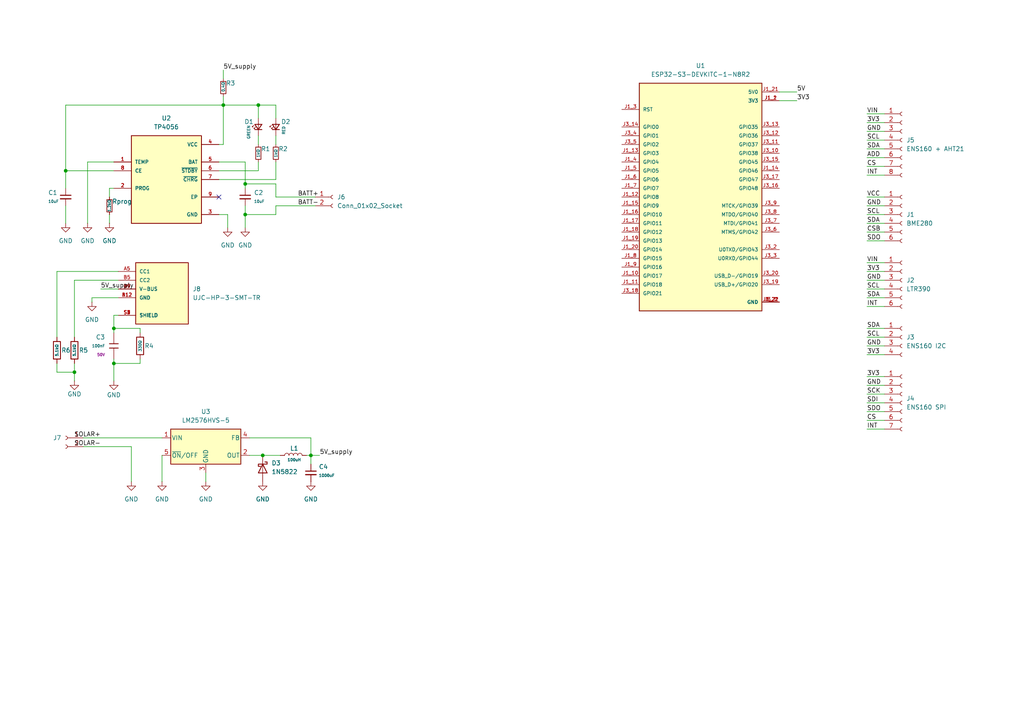
<source format=kicad_sch>
(kicad_sch (version 20231120) (generator "eeschema") (generator_version "8.0")
  (paper "A4")
  (lib_symbols
    (symbol "Connector:Conn_01x02_Socket" (pin_names (offset 1.016) hide)
      (property "Reference" "J" (at 0 2.54 0))
      (property "Value" "Conn_01x02_Socket" (at 0 -5.08 0))
      (symbol "Conn_01x02_Socket_1_1"
        (arc (start 0 -2.032) (mid -0.5058 -2.54) (end 0 -3.048) (stroke (width 0.1524)))
        (polyline (pts (xy -1.27 -2.54) (xy -0.508 -2.54)) (stroke (width 0.1524)))
        (polyline (pts (xy -1.27 0) (xy -0.508 0)) (stroke (width 0.1524)))
        (arc (start 0 0.508) (mid -0.5058 0) (end 0 -0.508) (stroke (width 0.1524)))
        (pin passive line (at -5.08 0 0) (length 3.81) (name "Pin_1") (number "1"))
        (pin passive line (at -5.08 -2.54 0) (length 3.81) (name "Pin_2") (number "2"))
      )
    )
    (symbol "Connector:Conn_01x04_Socket" (pin_names (offset 1.016) hide)
      (property "Reference" "J" (at 0 5.08 0))
      (property "Value" "Conn_01x04_Socket" (at 0 -7.62 0))
      (symbol "Conn_01x04_Socket_1_1"
        (arc (start 0 -4.572) (mid -0.5058 -5.08) (end 0 -5.588) (stroke (width 0.1524)))
        (arc (start 0 -2.032) (mid -0.5058 -2.54) (end 0 -3.048) (stroke (width 0.1524)))
        (polyline (pts (xy -1.27 -5.08) (xy -0.508 -5.08)) (stroke (width 0.1524)))
        (polyline (pts (xy -1.27 -2.54) (xy -0.508 -2.54)) (stroke (width 0.1524)))
        (polyline (pts (xy -1.27 0) (xy -0.508 0)) (stroke (width 0.1524)))
        (polyline (pts (xy -1.27 2.54) (xy -0.508 2.54)) (stroke (width 0.1524)))
        (arc (start 0 0.508) (mid -0.5058 0) (end 0 -0.508) (stroke (width 0.1524)))
        (arc (start 0 3.048) (mid -0.5058 2.54) (end 0 2.032) (stroke (width 0.1524)))
        (pin passive line (at -5.08 2.54 0) (length 3.81) (name "Pin_1") (number "1"))
        (pin passive line (at -5.08 0 0) (length 3.81) (name "Pin_2") (number "2"))
        (pin passive line (at -5.08 -2.54 0) (length 3.81) (name "Pin_3") (number "3"))
        (pin passive line (at -5.08 -5.08 0) (length 3.81) (name "Pin_4") (number "4"))
      )
    )
    (symbol "Connector:Conn_01x06_Socket" (pin_names (offset 1.016) hide)
      (property "Reference" "J" (at 0 7.62 0))
      (property "Value" "Conn_01x06_Socket" (at 0 -10.16 0))
      (symbol "Conn_01x06_Socket_1_1"
        (arc (start 0 -7.112) (mid -0.5058 -7.62) (end 0 -8.128) (stroke (width 0.1524)))
        (arc (start 0 -4.572) (mid -0.5058 -5.08) (end 0 -5.588) (stroke (width 0.1524)))
        (arc (start 0 -2.032) (mid -0.5058 -2.54) (end 0 -3.048) (stroke (width 0.1524)))
        (polyline (pts (xy -1.27 -7.62) (xy -0.508 -7.62)) (stroke (width 0.1524)))
        (polyline (pts (xy -1.27 -5.08) (xy -0.508 -5.08)) (stroke (width 0.1524)))
        (polyline (pts (xy -1.27 -2.54) (xy -0.508 -2.54)) (stroke (width 0.1524)))
        (polyline (pts (xy -1.27 0) (xy -0.508 0)) (stroke (width 0.1524)))
        (polyline (pts (xy -1.27 2.54) (xy -0.508 2.54)) (stroke (width 0.1524)))
        (polyline (pts (xy -1.27 5.08) (xy -0.508 5.08)) (stroke (width 0.1524)))
        (arc (start 0 0.508) (mid -0.5058 0) (end 0 -0.508) (stroke (width 0.1524)))
        (arc (start 0 3.048) (mid -0.5058 2.54) (end 0 2.032) (stroke (width 0.1524)))
        (arc (start 0 5.588) (mid -0.5058 5.08) (end 0 4.572) (stroke (width 0.1524)))
        (pin passive line (at -5.08 5.08 0) (length 3.81) (name "Pin_1") (number "1"))
        (pin passive line (at -5.08 2.54 0) (length 3.81) (name "Pin_2") (number "2"))
        (pin passive line (at -5.08 0 0) (length 3.81) (name "Pin_3") (number "3"))
        (pin passive line (at -5.08 -2.54 0) (length 3.81) (name "Pin_4") (number "4"))
        (pin passive line (at -5.08 -5.08 0) (length 3.81) (name "Pin_5") (number "5"))
        (pin passive line (at -5.08 -7.62 0) (length 3.81) (name "Pin_6") (number "6"))
      )
    )
    (symbol "Connector:Conn_01x07_Socket" (pin_names (offset 1.016) hide)
      (property "Reference" "J" (at 0 10.16 0))
      (property "Value" "Conn_01x07_Socket" (at 0 -10.16 0))
      (symbol "Conn_01x07_Socket_1_1"
        (arc (start 0 -7.112) (mid -0.5058 -7.62) (end 0 -8.128) (stroke (width 0.1524)))
        (arc (start 0 -4.572) (mid -0.5058 -5.08) (end 0 -5.588) (stroke (width 0.1524)))
        (arc (start 0 -2.032) (mid -0.5058 -2.54) (end 0 -3.048) (stroke (width 0.1524)))
        (polyline (pts (xy -1.27 -7.62) (xy -0.508 -7.62)) (stroke (width 0.1524)))
        (polyline (pts (xy -1.27 -5.08) (xy -0.508 -5.08)) (stroke (width 0.1524)))
        (polyline (pts (xy -1.27 -2.54) (xy -0.508 -2.54)) (stroke (width 0.1524)))
        (polyline (pts (xy -1.27 0) (xy -0.508 0)) (stroke (width 0.1524)))
        (polyline (pts (xy -1.27 2.54) (xy -0.508 2.54)) (stroke (width 0.1524)))
        (polyline (pts (xy -1.27 5.08) (xy -0.508 5.08)) (stroke (width 0.1524)))
        (polyline (pts (xy -1.27 7.62) (xy -0.508 7.62)) (stroke (width 0.1524)))
        (arc (start 0 0.508) (mid -0.5058 0) (end 0 -0.508) (stroke (width 0.1524)))
        (arc (start 0 3.048) (mid -0.5058 2.54) (end 0 2.032) (stroke (width 0.1524)))
        (arc (start 0 5.588) (mid -0.5058 5.08) (end 0 4.572) (stroke (width 0.1524)))
        (arc (start 0 8.128) (mid -0.5058 7.62) (end 0 7.112) (stroke (width 0.1524)))
        (pin passive line (at -5.08 7.62 0) (length 3.81) (name "Pin_1") (number "1"))
        (pin passive line (at -5.08 5.08 0) (length 3.81) (name "Pin_2") (number "2"))
        (pin passive line (at -5.08 2.54 0) (length 3.81) (name "Pin_3") (number "3"))
        (pin passive line (at -5.08 0 0) (length 3.81) (name "Pin_4") (number "4"))
        (pin passive line (at -5.08 -2.54 0) (length 3.81) (name "Pin_5") (number "5"))
        (pin passive line (at -5.08 -5.08 0) (length 3.81) (name "Pin_6") (number "6"))
        (pin passive line (at -5.08 -7.62 0) (length 3.81) (name "Pin_7") (number "7"))
      )
    )
    (symbol "Connector:Conn_01x08_Socket" (pin_names (offset 1.016) hide)
      (property "Reference" "J" (at 0 10.16 0))
      (property "Value" "Conn_01x08_Socket" (at 0 -12.7 0))
      (symbol "Conn_01x08_Socket_1_1"
        (arc (start 0 -9.652) (mid -0.5058 -10.16) (end 0 -10.668) (stroke (width 0.1524)))
        (arc (start 0 -7.112) (mid -0.5058 -7.62) (end 0 -8.128) (stroke (width 0.1524)))
        (arc (start 0 -4.572) (mid -0.5058 -5.08) (end 0 -5.588) (stroke (width 0.1524)))
        (arc (start 0 -2.032) (mid -0.5058 -2.54) (end 0 -3.048) (stroke (width 0.1524)))
        (polyline (pts (xy -1.27 -10.16) (xy -0.508 -10.16)) (stroke (width 0.1524)))
        (polyline (pts (xy -1.27 -7.62) (xy -0.508 -7.62)) (stroke (width 0.1524)))
        (polyline (pts (xy -1.27 -5.08) (xy -0.508 -5.08)) (stroke (width 0.1524)))
        (polyline (pts (xy -1.27 -2.54) (xy -0.508 -2.54)) (stroke (width 0.1524)))
        (polyline (pts (xy -1.27 0) (xy -0.508 0)) (stroke (width 0.1524)))
        (polyline (pts (xy -1.27 2.54) (xy -0.508 2.54)) (stroke (width 0.1524)))
        (polyline (pts (xy -1.27 5.08) (xy -0.508 5.08)) (stroke (width 0.1524)))
        (polyline (pts (xy -1.27 7.62) (xy -0.508 7.62)) (stroke (width 0.1524)))
        (arc (start 0 0.508) (mid -0.5058 0) (end 0 -0.508) (stroke (width 0.1524)))
        (arc (start 0 3.048) (mid -0.5058 2.54) (end 0 2.032) (stroke (width 0.1524)))
        (arc (start 0 5.588) (mid -0.5058 5.08) (end 0 4.572) (stroke (width 0.1524)))
        (arc (start 0 8.128) (mid -0.5058 7.62) (end 0 7.112) (stroke (width 0.1524)))
        (pin passive line (at -5.08 7.62 0) (length 3.81) (name "Pin_1") (number "1"))
        (pin passive line (at -5.08 5.08 0) (length 3.81) (name "Pin_2") (number "2"))
        (pin passive line (at -5.08 2.54 0) (length 3.81) (name "Pin_3") (number "3"))
        (pin passive line (at -5.08 0 0) (length 3.81) (name "Pin_4") (number "4"))
        (pin passive line (at -5.08 -2.54 0) (length 3.81) (name "Pin_5") (number "5"))
        (pin passive line (at -5.08 -5.08 0) (length 3.81) (name "Pin_6") (number "6"))
        (pin passive line (at -5.08 -7.62 0) (length 3.81) (name "Pin_7") (number "7"))
        (pin passive line (at -5.08 -10.16 0) (length 3.81) (name "Pin_8") (number "8"))
      )
    )
    (symbol "Device:C_Small" (pin_numbers hide) (pin_names (offset 0.254) hide)
      (property "Reference" "C" (at 0.254 1.778 0))
      (property "Value" "C_Small" (at 0.254 -2.032 0))
      (symbol "C_Small_0_1"
        (polyline (pts (xy -1.524 -0.508) (xy 1.524 -0.508)) (stroke (width 0.3302)))
        (polyline (pts (xy -1.524 0.508) (xy 1.524 0.508)) (stroke (width 0.3048)))
      )
      (symbol "C_Small_1_1"
        (pin passive line (at 0 2.54 270) (length 2.032) (name "~") (number "1"))
        (pin passive line (at 0 -2.54 90) (length 2.032) (name "~") (number "2"))
      )
    )
    (symbol "Device:L" (pin_numbers hide) (pin_names (offset 1.016) hide)
      (property "Reference" "L" (at -1.27 0 90))
      (property "Value" "L" (at 1.905 0 90))
      (symbol "L_0_1"
        (arc (start 0 -2.54) (mid 0.6323 -1.905) (end 0 -1.27))
        (arc (start 0 -1.27) (mid 0.6323 -0.635) (end 0 0))
        (arc (start 0 0) (mid 0.6323 0.635) (end 0 1.27))
        (arc (start 0 1.27) (mid 0.6323 1.905) (end 0 2.54))
      )
      (symbol "L_1_1"
        (pin passive line (at 0 3.81 270) (length 1.27) (name "1") (number "1"))
        (pin passive line (at 0 -3.81 90) (length 1.27) (name "2") (number "2"))
      )
    )
    (symbol "Device:LED_Small" (pin_numbers hide) (pin_names (offset 0.254) hide)
      (property "Reference" "D" (at -1.27 3.175 0))
      (property "Value" "LED_Small" (at -4.445 -2.54 0))
      (symbol "LED_Small_0_1"
        (polyline (pts (xy -0.762 -1.016) (xy -0.762 1.016)) (stroke (width 0.254)))
        (polyline (pts (xy 1.016 0) (xy -0.762 0)))
        (polyline (pts (xy 0.762 -1.016) (xy -0.762 0) (xy 0.762 1.016) (xy 0.762 -1.016)) (stroke (width 0.254)))
        (polyline (pts (xy 0 0.762) (xy -0.508 1.27) (xy -0.254 1.27) (xy -0.508 1.27) (xy -0.508 1.016)))
        (polyline (pts (xy 0.508 1.27) (xy 0 1.778) (xy 0.254 1.778) (xy 0 1.778) (xy 0 1.524)))
      )
      (symbol "LED_Small_1_1"
        (pin passive line (at -2.54 0 0) (length 1.778) (name "K") (number "1"))
        (pin passive line (at 2.54 0 180) (length 1.778) (name "A") (number "2"))
      )
    )
    (symbol "Device:R_Small" (pin_numbers hide) (pin_names (offset 0.254) hide)
      (property "Reference" "R" (at 0.762 0.508 0))
      (property "Value" "R_Small" (at 0.762 -1.016 0))
      (symbol "R_Small_0_1"
        (rectangle (start -0.762 1.778) (end 0.762 -1.778) (stroke (width 0.2032)))
      )
      (symbol "R_Small_1_1"
        (pin passive line (at 0 2.54 270) (length 0.762) (name "~") (number "1"))
        (pin passive line (at 0 -2.54 90) (length 0.762) (name "~") (number "2"))
      )
    )
    (symbol "Diode:1N5822" (pin_numbers hide) (pin_names (offset 1.016) hide)
      (property "Reference" "D" (at 0 2.54 0))
      (property "Value" "1N5822" (at 0 -2.54 0))
      (symbol "1N5822_0_1"
        (polyline (pts (xy 1.27 0) (xy -1.27 0)))
        (polyline (pts (xy 1.27 1.27) (xy 1.27 -1.27) (xy -1.27 0) (xy 1.27 1.27)) (stroke (width 0.254)))
        (polyline (pts (xy -1.905 0.635) (xy -1.905 1.27) (xy -1.27 1.27) (xy -1.27 -1.27) (xy -0.635 -1.27) (xy -0.635 -0.635)) (stroke (width 0.254)))
      )
      (symbol "1N5822_1_1"
        (pin passive line (at -3.81 0 0) (length 2.54) (name "K") (number "1"))
        (pin passive line (at 3.81 0 180) (length 2.54) (name "A") (number "2"))
      )
    )
    (symbol "ESP32-S3-DEVKITC-1-N8R2:ESP32-S3-DEVKITC-1-N8R2" (pin_names (offset 1.016))
      (property "Reference" "U" (at -17.78 35.56 0))
      (property "Value" "ESP32-S3-DEVKITC-1-N8R2" (at -17.78 -35.56 0))
      (symbol "ESP32-S3-DEVKITC-1-N8R2_0_0"
        (rectangle (start -17.78 -33.02) (end 17.78 33.02) (stroke (width 0.254)) (fill (type background)))
        (pin power_in line (at 22.86 27.94 180) (length 5.08) (name "3V3") (number "J1_1"))
        (pin bidirectional line (at -22.86 -22.86 0) (length 5.08) (name "GPIO17") (number "J1_10"))
        (pin bidirectional line (at -22.86 -25.4 0) (length 5.08) (name "GPIO18") (number "J1_11"))
        (pin bidirectional line (at -22.86 0 0) (length 5.08) (name "GPIO8") (number "J1_12"))
        (pin bidirectional line (at -22.86 12.7 0) (length 5.08) (name "GPIO3") (number "J1_13"))
        (pin bidirectional line (at 22.86 7.62 180) (length 5.08) (name "GPIO46") (number "J1_14"))
        (pin bidirectional line (at -22.86 -2.54 0) (length 5.08) (name "GPIO9") (number "J1_15"))
        (pin bidirectional line (at -22.86 -5.08 0) (length 5.08) (name "GPIO10") (number "J1_16"))
        (pin bidirectional line (at -22.86 -7.62 0) (length 5.08) (name "GPIO11") (number "J1_17"))
        (pin bidirectional line (at -22.86 -10.16 0) (length 5.08) (name "GPIO12") (number "J1_18"))
        (pin bidirectional line (at -22.86 -12.7 0) (length 5.08) (name "GPIO13") (number "J1_19"))
        (pin power_in line (at 22.86 27.94 180) (length 5.08) (name "3V3") (number "J1_2"))
        (pin bidirectional line (at -22.86 -15.24 0) (length 5.08) (name "GPIO14") (number "J1_20"))
        (pin power_in line (at 22.86 30.48 180) (length 5.08) (name "5V0") (number "J1_21"))
        (pin power_in line (at 22.86 -30.48 180) (length 5.08) (name "GND") (number "J1_22"))
        (pin input line (at -22.86 25.4 0) (length 5.08) (name "RST") (number "J1_3"))
        (pin bidirectional line (at -22.86 10.16 0) (length 5.08) (name "GPIO4") (number "J1_4"))
        (pin bidirectional line (at -22.86 7.62 0) (length 5.08) (name "GPIO5") (number "J1_5"))
        (pin bidirectional line (at -22.86 5.08 0) (length 5.08) (name "GPIO6") (number "J1_6"))
        (pin bidirectional line (at -22.86 2.54 0) (length 5.08) (name "GPIO7") (number "J1_7"))
        (pin bidirectional line (at -22.86 -17.78 0) (length 5.08) (name "GPIO15") (number "J1_8"))
        (pin bidirectional line (at -22.86 -20.32 0) (length 5.08) (name "GPIO16") (number "J1_9"))
        (pin power_in line (at 22.86 -30.48 180) (length 5.08) (name "GND") (number "J3_1"))
        (pin bidirectional line (at 22.86 12.7 180) (length 5.08) (name "GPIO38") (number "J3_10"))
        (pin bidirectional line (at 22.86 15.24 180) (length 5.08) (name "GPIO37") (number "J3_11"))
        (pin bidirectional line (at 22.86 17.78 180) (length 5.08) (name "GPIO36") (number "J3_12"))
        (pin bidirectional line (at 22.86 20.32 180) (length 5.08) (name "GPIO35") (number "J3_13"))
        (pin bidirectional line (at -22.86 20.32 0) (length 5.08) (name "GPIO0") (number "J3_14"))
        (pin bidirectional line (at 22.86 10.16 180) (length 5.08) (name "GPIO45") (number "J3_15"))
        (pin bidirectional line (at 22.86 2.54 180) (length 5.08) (name "GPIO48") (number "J3_16"))
        (pin bidirectional line (at 22.86 5.08 180) (length 5.08) (name "GPIO47") (number "J3_17"))
        (pin bidirectional line (at -22.86 -27.94 0) (length 5.08) (name "GPIO21") (number "J3_18"))
        (pin bidirectional line (at 22.86 -25.4 180) (length 5.08) (name "USB_D+/GPIO20") (number "J3_19"))
        (pin bidirectional line (at 22.86 -15.24 180) (length 5.08) (name "U0TXD/GPIO43") (number "J3_2"))
        (pin bidirectional line (at 22.86 -22.86 180) (length 5.08) (name "USB_D-/GPIO19") (number "J3_20"))
        (pin power_in line (at 22.86 -30.48 180) (length 5.08) (name "GND") (number "J3_21"))
        (pin power_in line (at 22.86 -30.48 180) (length 5.08) (name "GND") (number "J3_22"))
        (pin bidirectional line (at 22.86 -17.78 180) (length 5.08) (name "U0RXD/GPIO44") (number "J3_3"))
        (pin bidirectional line (at -22.86 17.78 0) (length 5.08) (name "GPIO1") (number "J3_4"))
        (pin bidirectional line (at -22.86 15.24 0) (length 5.08) (name "GPIO2") (number "J3_5"))
        (pin bidirectional line (at 22.86 -10.16 180) (length 5.08) (name "MTMS/GPIO42") (number "J3_6"))
        (pin bidirectional line (at 22.86 -7.62 180) (length 5.08) (name "MTDI/GPIO41") (number "J3_7"))
        (pin bidirectional line (at 22.86 -5.08 180) (length 5.08) (name "MTDO/GPIO40") (number "J3_8"))
        (pin bidirectional line (at 22.86 -2.54 180) (length 5.08) (name "MTCK/GPIO39") (number "J3_9"))
      )
    )
    (symbol "PCM_JLCPCB-Capacitors:0402,100nF,(2)" (pin_numbers hide) (pin_names (offset 0))
      (property "Reference" "C" (at 2.032 1.668 0))
      (property "Value" "100nF" (at 2.032 -0.3782 0))
      (property "Voltage Rated" "50V" (at 2.032 -2.0462 0))
      (symbol "0402,100nF,(2)_0_1"
        (polyline (pts (xy -1.27 -0.635) (xy 1.27 -0.635)) (stroke (width 0.254)))
        (polyline (pts (xy -1.27 0.635) (xy 1.27 0.635)) (stroke (width 0.254)))
      )
      (symbol "0402,100nF,(2)_1_1"
        (pin passive line (at 0 3.81 270) (length 3.175) (name "~") (number "1"))
        (pin passive line (at 0 -3.81 90) (length 3.175) (name "~") (number "2"))
      )
    )
    (symbol "PCM_JLCPCB-Resistors:0402,330Ω" (pin_numbers hide) (pin_names (offset 0))
      (property "Reference" "R" (at 1.778 0 0))
      (property "Value" "330Ω" (at 0 0 90))
      (symbol "0402,330Ω_0_1"
        (rectangle (start -1.016 2.54) (end 1.016 -2.54) (stroke (width 0.254)))
      )
      (symbol "0402,330Ω_1_1"
        (pin passive line (at 0 3.81 270) (length 1.27) (name "~") (number "1"))
        (pin passive line (at 0 -3.81 90) (length 1.27) (name "~") (number "2"))
      )
    )
    (symbol "PCM_JLCPCB-Resistors:0402,5.1kΩ" (pin_numbers hide) (pin_names (offset 0))
      (property "Reference" "R" (at 1.778 0 0))
      (property "Value" "5.1kΩ" (at 0 0 90))
      (symbol "0402,5.1kΩ_0_1"
        (rectangle (start -1.016 2.54) (end 1.016 -2.54) (stroke (width 0.254)))
      )
      (symbol "0402,5.1kΩ_1_1"
        (pin passive line (at 0 3.81 270) (length 1.27) (name "~") (number "1"))
        (pin passive line (at 0 -3.81 90) (length 1.27) (name "~") (number "2"))
      )
    )
    (symbol "Regulator_Switching:LM2576HVS-5" (pin_names (offset 0.254))
      (property "Reference" "U" (at -10.16 6.35 0))
      (property "Value" "LM2576HVS-5" (at 0 6.35 0))
      (symbol "LM2576HVS-5_0_1"
        (rectangle (start -10.16 5.08) (end 10.16 -5.08) (stroke (width 0.254)) (fill (type background)))
      )
      (symbol "LM2576HVS-5_1_1"
        (pin power_in line (at -12.7 2.54 0) (length 2.54) (name "VIN") (number "1"))
        (pin output line (at 12.7 -2.54 180) (length 2.54) (name "OUT") (number "2"))
        (pin power_in line (at 0 -7.62 90) (length 2.54) (name "GND") (number "3"))
        (pin input line (at 12.7 2.54 180) (length 2.54) (name "FB") (number "4"))
        (pin input line (at -12.7 -2.54 0) (length 2.54) (name "~{ON}/OFF") (number "5"))
      )
    )
    (symbol "TP4056:TP4056" (pin_names (offset 1.016))
      (property "Reference" "U" (at -10.16 13.208 0))
      (property "Value" "TP4056" (at -10.16 -15.24 0))
      (symbol "TP4056_0_0"
        (rectangle (start -10.16 -12.7) (end 10.16 12.7) (stroke (width 0.254)) (fill (type background)))
        (pin input line (at -15.24 5.08 0) (length 5.08) (name "TEMP") (number "1"))
        (pin bidirectional line (at -15.24 -2.54 0) (length 5.08) (name "PROG") (number "2"))
        (pin power_in line (at 15.24 -10.16 180) (length 5.08) (name "GND") (number "3"))
        (pin power_in line (at 15.24 10.16 180) (length 5.08) (name "VCC") (number "4"))
        (pin output line (at 15.24 5.08 180) (length 5.08) (name "BAT") (number "5"))
        (pin output line (at 15.24 2.54 180) (length 5.08) (name "~{STDBY}") (number "6"))
        (pin output line (at 15.24 0 180) (length 5.08) (name "~{CHRG}") (number "7"))
        (pin input line (at -15.24 2.54 0) (length 5.08) (name "CE") (number "8"))
        (pin passive line (at 15.24 -5.08 180) (length 5.08) (name "EP") (number "9"))
      )
    )
    (symbol "UJC-HP-3-SMT-TR:UJC-HP-3-SMT-TR" (pin_names (offset 1.016))
      (property "Reference" "J" (at -7.62 8.89 0))
      (property "Value" "UJC-HP-3-SMT-TR" (at -7.62 -11.43 0))
      (symbol "UJC-HP-3-SMT-TR_0_0"
        (rectangle (start -7.62 -10.16) (end 7.62 7.62) (stroke (width 0.254)) (fill (type background)))
        (pin power_in line (at -12.7 -2.54 0) (length 5.08) (name "GND") (number "A12"))
        (pin bidirectional line (at -12.7 5.08 0) (length 5.08) (name "CC1") (number "A5"))
        (pin power_in line (at -12.7 0 0) (length 5.08) (name "V-BUS") (number "A9"))
        (pin power_in line (at -12.7 -2.54 0) (length 5.08) (name "GND") (number "B12"))
        (pin bidirectional line (at -12.7 2.54 0) (length 5.08) (name "CC2") (number "B5"))
        (pin power_in line (at -12.7 0 0) (length 5.08) (name "V-BUS") (number "B9"))
        (pin passive line (at -12.7 -7.62 0) (length 5.08) (name "SHIELD") (number "S1"))
        (pin passive line (at -12.7 -7.62 0) (length 5.08) (name "SHIELD") (number "S2"))
        (pin passive line (at -12.7 -7.62 0) (length 5.08) (name "SHIELD") (number "S3"))
        (pin passive line (at -12.7 -7.62 0) (length 5.08) (name "SHIELD") (number "S4"))
      )
    )
    (symbol "power:GND" (power) (pin_numbers hide) (pin_names (offset 0) hide)
      (property "Value" "GND" (at 0 -3.81 0))
      (symbol "GND_0_1"
        (polyline (pts (xy 0 0) (xy 0 -1.27) (xy 1.27 -1.27) (xy 0 -2.54) (xy -1.27 -1.27) (xy 0 -1.27)))
      )
      (symbol "GND_1_1"
        (pin power_in line (at 0 0 270) (length 0) (name "~") (number "1"))
      )
    )
  )
  (junction (at 76.2 132.08))
  (junction (at 71.12 53.34))
  (junction (at 33.02 105.41))
  (junction (at 64.77 30.48))
  (junction (at 19.05 49.53))
  (junction (at 71.12 62.23))
  (junction (at 33.02 95.25))
  (junction (at 74.93 30.48))
  (junction (at 21.59 107.95))
  (junction (at 90.17 132.08))
  (no_connect (at 63.5 57.15))
  (wire (pts (xy 34.29 86.36) (xy 26.67 86.36)))
  (wire (pts (xy 33.02 91.44) (xy 34.29 91.44)))
  (wire (pts (xy 33.02 105.41) (xy 33.02 110.49)))
  (wire (pts (xy 19.05 30.48) (xy 19.05 49.53)))
  (wire (pts (xy 251.46 59.69) (xy 256.54 59.69)))
  (wire (pts (xy 71.12 53.34) (xy 71.12 54.61)))
  (wire (pts (xy 251.46 35.56) (xy 256.54 35.56)))
  (wire (pts (xy 256.54 64.77) (xy 251.46 64.77)))
  (wire (pts (xy 251.46 78.74) (xy 256.54 78.74)))
  (wire (pts (xy 40.64 105.41) (xy 33.02 105.41)))
  (wire (pts (xy 251.46 111.76) (xy 256.54 111.76)))
  (wire (pts (xy 40.64 95.25) (xy 33.02 95.25)))
  (wire (pts (xy 21.59 81.28) (xy 34.29 81.28)))
  (wire (pts (xy 251.46 100.33) (xy 256.54 100.33)))
  (wire (pts (xy 226.06 26.67) (xy 231.14 26.67)))
  (wire (pts (xy 40.64 95.25) (xy 40.64 96.52)))
  (wire (pts (xy 251.46 114.3) (xy 256.54 114.3)))
  (wire (pts (xy 251.46 45.72) (xy 256.54 45.72)))
  (wire (pts (xy 19.05 59.69) (xy 19.05 64.77)))
  (wire (pts (xy 72.39 132.08) (xy 76.2 132.08)))
  (wire (pts (xy 251.46 48.26) (xy 256.54 48.26)))
  (wire (pts (xy 251.46 81.28) (xy 256.54 81.28)))
  (wire (pts (xy 63.5 52.07) (xy 80.01 52.07)))
  (wire (pts (xy 88.9 132.08) (xy 90.17 132.08)))
  (wire (pts (xy 251.46 43.18) (xy 256.54 43.18)))
  (wire (pts (xy 40.64 104.14) (xy 40.64 105.41)))
  (wire (pts (xy 251.46 69.85) (xy 256.54 69.85)))
  (wire (pts (xy 90.17 132.08) (xy 92.71 132.08)))
  (wire (pts (xy 38.1 139.7) (xy 38.1 129.54)))
  (wire (pts (xy 29.21 83.82) (xy 34.29 83.82)))
  (wire (pts (xy 251.46 50.8) (xy 256.54 50.8)))
  (wire (pts (xy 80.01 34.29) (xy 80.01 30.48)))
  (wire (pts (xy 76.2 132.08) (xy 81.28 132.08)))
  (wire (pts (xy 251.46 95.25) (xy 256.54 95.25)))
  (wire (pts (xy 21.59 107.95) (xy 21.59 110.49)))
  (wire (pts (xy 80.01 57.15) (xy 91.44 57.15)))
  (wire (pts (xy 71.12 46.99) (xy 71.12 53.34)))
  (wire (pts (xy 64.77 30.48) (xy 64.77 41.91)))
  (wire (pts (xy 251.46 86.36) (xy 256.54 86.36)))
  (wire (pts (xy 251.46 83.82) (xy 256.54 83.82)))
  (wire (pts (xy 74.93 49.53) (xy 74.93 46.99)))
  (wire (pts (xy 21.59 81.28) (xy 21.59 97.79)))
  (wire (pts (xy 80.01 39.37) (xy 80.01 41.91)))
  (wire (pts (xy 33.02 104.14) (xy 33.02 105.41)))
  (wire (pts (xy 26.67 86.36) (xy 26.67 87.63)))
  (wire (pts (xy 63.5 41.91) (xy 64.77 41.91)))
  (wire (pts (xy 72.39 127) (xy 90.17 127)))
  (wire (pts (xy 31.75 54.61) (xy 33.02 54.61)))
  (wire (pts (xy 24.13 127) (xy 46.99 127)))
  (wire (pts (xy 251.46 57.15) (xy 256.54 57.15)))
  (wire (pts (xy 251.46 102.87) (xy 256.54 102.87)))
  (wire (pts (xy 59.69 137.16) (xy 59.69 139.7)))
  (wire (pts (xy 25.4 46.99) (xy 33.02 46.99)))
  (wire (pts (xy 74.93 30.48) (xy 80.01 30.48)))
  (wire (pts (xy 31.75 57.15) (xy 31.75 54.61)))
  (wire (pts (xy 80.01 53.34) (xy 71.12 53.34)))
  (wire (pts (xy 25.4 46.99) (xy 25.4 64.77)))
  (wire (pts (xy 251.46 121.92) (xy 256.54 121.92)))
  (wire (pts (xy 80.01 59.69) (xy 80.01 62.23)))
  (wire (pts (xy 63.5 49.53) (xy 74.93 49.53)))
  (wire (pts (xy 21.59 105.41) (xy 21.59 107.95)))
  (wire (pts (xy 251.46 119.38) (xy 256.54 119.38)))
  (wire (pts (xy 19.05 49.53) (xy 33.02 49.53)))
  (wire (pts (xy 80.01 59.69) (xy 91.44 59.69)))
  (wire (pts (xy 71.12 62.23) (xy 71.12 66.04)))
  (wire (pts (xy 66.04 62.23) (xy 66.04 66.04)))
  (wire (pts (xy 251.46 97.79) (xy 256.54 97.79)))
  (wire (pts (xy 251.46 67.31) (xy 256.54 67.31)))
  (wire (pts (xy 16.51 78.74) (xy 34.29 78.74)))
  (wire (pts (xy 64.77 20.32) (xy 64.77 22.86)))
  (wire (pts (xy 251.46 88.9) (xy 256.54 88.9)))
  (wire (pts (xy 33.02 95.25) (xy 33.02 96.52)))
  (wire (pts (xy 251.46 76.2) (xy 256.54 76.2)))
  (wire (pts (xy 80.01 62.23) (xy 71.12 62.23)))
  (wire (pts (xy 74.93 39.37) (xy 74.93 41.91)))
  (wire (pts (xy 33.02 91.44) (xy 33.02 95.25)))
  (wire (pts (xy 251.46 40.64) (xy 256.54 40.64)))
  (wire (pts (xy 251.46 109.22) (xy 256.54 109.22)))
  (wire (pts (xy 80.01 57.15) (xy 80.01 53.34)))
  (wire (pts (xy 19.05 49.53) (xy 19.05 54.61)))
  (wire (pts (xy 251.46 116.84) (xy 256.54 116.84)))
  (wire (pts (xy 226.06 29.21) (xy 231.14 29.21)))
  (wire (pts (xy 251.46 124.46) (xy 256.54 124.46)))
  (wire (pts (xy 90.17 127) (xy 90.17 132.08)))
  (wire (pts (xy 38.1 129.54) (xy 24.13 129.54)))
  (wire (pts (xy 64.77 27.94) (xy 64.77 30.48)))
  (wire (pts (xy 16.51 107.95) (xy 21.59 107.95)))
  (wire (pts (xy 63.5 46.99) (xy 71.12 46.99)))
  (wire (pts (xy 19.05 30.48) (xy 64.77 30.48)))
  (wire (pts (xy 46.99 132.08) (xy 46.99 139.7)))
  (wire (pts (xy 251.46 62.23) (xy 256.54 62.23)))
  (wire (pts (xy 16.51 97.79) (xy 16.51 78.74)))
  (wire (pts (xy 16.51 105.41) (xy 16.51 107.95)))
  (wire (pts (xy 90.17 132.08) (xy 90.17 134.62)))
  (wire (pts (xy 71.12 59.69) (xy 71.12 62.23)))
  (wire (pts (xy 64.77 30.48) (xy 74.93 30.48)))
  (wire (pts (xy 74.93 34.29) (xy 74.93 30.48)))
  (wire (pts (xy 80.01 46.99) (xy 80.01 52.07)))
  (wire (pts (xy 251.46 38.1) (xy 256.54 38.1)))
  (wire (pts (xy 31.75 62.23) (xy 31.75 64.77)))
  (wire (pts (xy 63.5 62.23) (xy 66.04 62.23)))
  (wire (pts (xy 251.46 33.02) (xy 256.54 33.02)))
  (label "GND" (at 251.46 38.1 0))
  (label "VIN" (at 251.46 76.2 0))
  (label "CS" (at 251.46 48.26 0))
  (label "SCL" (at 251.46 62.23 0))
  (label "SDA" (at 251.46 43.18 0))
  (label "SCL" (at 251.46 40.64 0))
  (label "5V_supply" (at 92.71 132.08 0))
  (label "VCC" (at 251.46 57.15 0))
  (label "GND" (at 251.46 111.76 0))
  (label "5V" (at 231.14 26.67 0))
  (label "3V3" (at 251.46 109.22 0))
  (label "SDA" (at 251.46 95.25 0))
  (label "SOLAR+" (at 29.21 127 180))
  (label "3V3" (at 231.14 29.21 0))
  (label "SOLAR-" (at 29.21 129.54 180))
  (label "5V_supply" (at 29.21 83.82 0))
  (label "SDA" (at 251.46 64.77 0))
  (label "CS" (at 251.46 121.92 0))
  (label "SCL" (at 251.46 83.82 0))
  (label "INT" (at 251.46 50.8 0))
  (label "3V3" (at 251.46 35.56 0))
  (label "SCK" (at 251.46 114.3 0))
  (label "GND" (at 251.46 81.28 0))
  (label "SDO" (at 251.46 69.85 0))
  (label "GND" (at 251.46 100.33 0))
  (label "VIN" (at 251.46 33.02 0))
  (label "CSB" (at 251.46 67.31 0))
  (label "SDO" (at 251.46 119.38 0))
  (label "5V_supply" (at 64.77 20.32 0))
  (label "SDA" (at 251.46 86.36 0))
  (label "3V3" (at 251.46 78.74 0))
  (label "BATT+" (at 86.36 57.15 0))
  (label "SCL" (at 251.46 97.79 0))
  (label "SDI" (at 251.46 116.84 0))
  (label "3V3" (at 251.46 102.87 0))
  (label "BATT-" (at 86.36 59.69 0))
  (label "ADD" (at 251.46 45.72 0))
  (label "INT" (at 251.46 124.46 0))
  (label "INT" (at 251.46 88.9 0))
  (label "GND" (at 251.46 59.69 0))
  (symbol (lib_id "power:GND") (at 90.17 139.7 0) (unit 1)
    (property "Reference" "#PWR13" (effects (hide yes)))
    (property "Value" "GND" (at 90.17 144.78 0))
    (property "Description" "Power symbol creates a global label with name \"GND\" , ground" (effects (hide yes)))
  )
  (symbol (lib_id "Device:LED_Small") (at 80.01 36.83 90) (unit 1)
    (property "Reference" "D2" (at 81.534 35.306 90) (effects (justify right)))
    (property "Value" "RED" (at 82.296 36.576 0) (effects (font (size 0.8 0.8)) (justify right)))
    (property "Description" "Light emitting diode, small symbol" (effects (hide yes)))
  )
  (symbol (lib_id "power:GND") (at 21.59 110.49 0) (mirror y) (unit 1)
    (property "Reference" "#PWR8" (effects (hide yes)))
    (property "Value" "GND" (at 21.59 114.3 0))
    (property "Description" "Power symbol creates a global label with name \"GND\" , ground" (effects (hide yes)))
  )
  (symbol (lib_id "Device:R_Small") (at 74.93 44.45 0) (unit 1)
    (property "Reference" "R1" (at 75.692 43.18 0) (effects (justify left)))
    (property "Value" "1kΩ" (at 74.93 45.72 90) (effects (font (size 0.8 0.8)) (justify left)))
    (property "Description" "Resistor, small symbol" (effects (hide yes)))
  )
  (symbol (lib_id "PCM_JLCPCB-Resistors:0402,5.1kΩ") (at 16.51 101.6 0) (unit 1)
    (property "Reference" "R6" (at 17.78 101.6 0) (effects (justify left)))
    (property "Value" "5.1kΩ" (at 16.51 101.6 90) (effects (font (size 0.8 0.8))))
    (property "Footprint" "PCM_JLCPCB:R_0402" (effects (hide yes)))
    (property "Datasheet" "https://www.lcsc.com/datasheet/lcsc_datasheet_2206010045_UNI-ROYAL-Uniroyal-Elec-0402WGF5101TCE_C25905.pdf" (effects (hide yes)))
    (property "Description" "62.5mW Thick Film Resistors 50V ±100ppm/°C ±1% 5.1kΩ 0402 Chip Resistor - Surface Mount ROHS" (effects (hide yes)))
    (property "LCSC" "C25905" (effects (hide yes)))
    (property "Stock" "2022176" (effects (hide yes)))
    (property "Price" "0.004USD" (effects (hide yes)))
    (property "Process" "SMT" (effects (hide yes)))
    (property "Minimum Qty" "20" (effects (hide yes)))
    (property "Attrition Qty" "10" (effects (hide yes)))
    (property "Class" "Basic Component" (effects (hide yes)))
    (property "Category" "Resistors,Chip Resistor - Surface Mount" (effects (hide yes)))
    (property "Manufacturer" "UNI-ROYAL(Uniroyal Elec)" (effects (hide yes)))
    (property "Part" "0402WGF5101TCE" (effects (hide yes)))
    (property "Resistance" "5.1kΩ" (effects (hide yes)))
    (property "Power(Watts)" "62.5mW" (effects (hide yes)))
    (property "Type" "Thick Film Resistors" (effects (hide yes)))
    (property "Overload Voltage (Max)" "50V" (effects (hide yes)))
    (property "Operating Temperature Range" "-55°C~+155°C" (effects (hide yes)))
    (property "Tolerance" "±1%" (effects (hide yes)))
    (property "Temperature Coefficient" "±100ppm/°C" (effects (hide yes)))
  )
  (symbol (lib_id "power:GND") (at 31.75 64.77 0) (unit 1)
    (property "Reference" "#PWR4" (effects (hide yes)))
    (property "Value" "GND" (at 31.75 69.85 0))
    (property "Description" "Power symbol creates a global label with name \"GND\" , ground" (effects (hide yes)))
  )
  (symbol (lib_id "power:GND") (at 66.04 66.04 0) (unit 1)
    (property "Reference" "#PWR2" (effects (hide yes)))
    (property "Value" "GND" (at 66.04 71.12 0))
    (property "Description" "Power symbol creates a global label with name \"GND\" , ground" (effects (hide yes)))
  )
  (symbol (lib_id "power:GND") (at 19.05 64.77 0) (unit 1)
    (property "Reference" "#PWR1" (effects (hide yes)))
    (property "Value" "GND" (at 19.05 69.85 0))
    (property "Description" "Power symbol creates a global label with name \"GND\" , ground" (effects (hide yes)))
  )
  (symbol (lib_id "power:GND") (at 46.99 139.7 0) (unit 1)
    (property "Reference" "#PWR10" (effects (hide yes)))
    (property "Value" "GND" (at 46.99 144.78 0))
    (property "Description" "Power symbol creates a global label with name \"GND\" , ground" (effects (hide yes)))
  )
  (symbol (lib_id "PCM_JLCPCB-Resistors:0402,5.1kΩ") (at 21.59 101.6 0) (unit 1)
    (property "Reference" "R5" (at 22.86 101.6 0) (effects (justify left)))
    (property "Value" "5.1kΩ" (at 21.59 101.6 90) (effects (font (size 0.8 0.8))))
    (property "Footprint" "PCM_JLCPCB:R_0402" (effects (hide yes)))
    (property "Datasheet" "https://www.lcsc.com/datasheet/lcsc_datasheet_2206010045_UNI-ROYAL-Uniroyal-Elec-0402WGF5101TCE_C25905.pdf" (effects (hide yes)))
    (property "Description" "62.5mW Thick Film Resistors 50V ±100ppm/°C ±1% 5.1kΩ 0402 Chip Resistor - Surface Mount ROHS" (effects (hide yes)))
    (property "LCSC" "C25905" (effects (hide yes)))
    (property "Stock" "2022176" (effects (hide yes)))
    (property "Price" "0.004USD" (effects (hide yes)))
    (property "Process" "SMT" (effects (hide yes)))
    (property "Minimum Qty" "20" (effects (hide yes)))
    (property "Attrition Qty" "10" (effects (hide yes)))
    (property "Class" "Basic Component" (effects (hide yes)))
    (property "Category" "Resistors,Chip Resistor - Surface Mount" (effects (hide yes)))
    (property "Manufacturer" "UNI-ROYAL(Uniroyal Elec)" (effects (hide yes)))
    (property "Part" "0402WGF5101TCE" (effects (hide yes)))
    (property "Resistance" "5.1kΩ" (effects (hide yes)))
    (property "Power(Watts)" "62.5mW" (effects (hide yes)))
    (property "Type" "Thick Film Resistors" (effects (hide yes)))
    (property "Overload Voltage (Max)" "50V" (effects (hide yes)))
    (property "Operating Temperature Range" "-55°C~+155°C" (effects (hide yes)))
    (property "Tolerance" "±1%" (effects (hide yes)))
    (property "Temperature Coefficient" "±100ppm/°C" (effects (hide yes)))
  )
  (symbol (lib_id "UJC-HP-3-SMT-TR:UJC-HP-3-SMT-TR") (at 46.99 83.82 0) (unit 1)
    (property "Reference" "J8" (at 55.88 83.8199 0) (effects (justify left)))
    (property "Value" "UJC-HP-3-SMT-TR" (at 55.88 86.3599 0) (effects (justify left)))
    (property "Footprint" "UJC-HP-3-SMT-TR:CUI_UJC-HP-3-SMT-TR" (effects (hide yes)))
    (property "MF" "Same Sky" (effects (hide yes)))
    (property "MAXIMUM_PACKAGE_HEIGHT" "3.16mm" (effects (hide yes)))
    (property "Package" "Package" (effects (hide yes)))
    (property "Price" "None" (effects (hide yes)))
    (property "Check_prices" "https://www.snapeda.com/parts/UJC-HP-3-SMT-TR/Same+Sky/view-part/?ref=eda" (effects (hide yes)))
    (property "STANDARD" "Manufacturer recommendations" (effects (hide yes)))
    (property "PARTREV" "04/30/2020" (effects (hide yes)))
    (property "SnapEDA_Link" "https://www.snapeda.com/parts/UJC-HP-3-SMT-TR/Same+Sky/view-part/?ref=snap" (effects (hide yes)))
    (property "MP" "UJC-HP-3-SMT-TR" (effects (hide yes)))
    (property "Description_1" "\n                        \n                            Type C, 20 Vdc, 3 A, Right Angle, Surface Mount, Black Insulator, Power-Only USB Receptacle\n                        \n" (effects (hide yes)))
    (property "Availability" "In Stock" (effects (hide yes)))
    (property "MANUFACTURER" "CUI Devices" (effects (hide yes)))
  )
  (symbol (lib_id "power:GND") (at 33.02 110.49 0) (unit 1)
    (property "Reference" "#PWR6" (effects (hide yes)))
    (property "Value" "GND" (at 33.02 114.554 0))
    (property "Description" "Power symbol creates a global label with name \"GND\" , ground" (effects (hide yes)))
  )
  (symbol (lib_id "Diode:1N5822") (at 76.2 135.89 270) (unit 1)
    (property "Reference" "D3" (at 78.74 134.3024 90) (effects (justify left)))
    (property "Value" "1N5822" (at 78.74 136.8424 90) (effects (justify left)))
    (property "Footprint" "Diode_THT:D_DO-201AD_P15.24mm_Horizontal" (effects (hide yes)))
    (property "Datasheet" "http://www.vishay.com/docs/88526/1n5820.pdf" (effects (hide yes)))
    (property "Description" "40V 3A Schottky Barrier Rectifier Diode, DO-201AD" (effects (hide yes)))
  )
  (symbol (lib_id "Device:R_Small") (at 64.77 25.4 0) (unit 1)
    (property "Reference" "R3" (at 65.532 24.13 0) (effects (justify left)))
    (property "Value" "0.4Ω" (at 64.77 26.67 90) (effects (font (size 0.8 0.8)) (justify left)))
    (property "Description" "Resistor, small symbol" (effects (hide yes)))
  )
  (symbol (lib_id "power:GND") (at 25.4 64.77 0) (unit 1)
    (property "Reference" "#PWR5" (effects (hide yes)))
    (property "Value" "GND" (at 25.4 69.85 0))
    (property "Description" "Power symbol creates a global label with name \"GND\" , ground" (effects (hide yes)))
  )
  (symbol (lib_id "ESP32-S3-DEVKITC-1-N8R2:ESP32-S3-DEVKITC-1-N8R2") (at 203.2 57.15 0) (unit 1)
    (property "Reference" "U1" (at 203.2 19.05 0))
    (property "Value" "ESP32-S3-DEVKITC-1-N8R2" (at 203.2 21.59 0))
    (property "Footprint" "ESP32-S3-DEVKITC-1-N8R2:XCVR_ESP32-S3-DEVKITC-1-N8R2" (effects (hide yes)))
    (property "MF" "Espressif Systems" (effects (hide yes)))
    (property "Description_1" "\n                        \n                            WiFi Development Tools - 802.11 ESP32-S3 general-purpose development board, embeds ESP32-S3-WROOM-1-N8R2, with pin header\n                        \n" (effects (hide yes)))
    (property "Package" "None" (effects (hide yes)))
    (property "Price" "None" (effects (hide yes)))
    (property "Check_prices" "https://www.snapeda.com/parts/ESP32-S3-DEVKITC-1-N8R2/Espressif+Systems/view-part/?ref=eda" (effects (hide yes)))
    (property "STANDARD" "Manufacturer Recommendations" (effects (hide yes)))
    (property "PARTREV" "V1" (effects (hide yes)))
    (property "SnapEDA_Link" "https://www.snapeda.com/parts/ESP32-S3-DEVKITC-1-N8R2/Espressif+Systems/view-part/?ref=snap" (effects (hide yes)))
    (property "MP" "ESP32-S3-DEVKITC-1-N8R2" (effects (hide yes)))
    (property "Availability" "In Stock" (effects (hide yes)))
    (property "MANUFACTURER" "Espressif" (effects (hide yes)))
  )
  (symbol (lib_id "Regulator_Switching:LM2576HVS-5") (at 59.69 129.54 0) (unit 1)
    (property "Reference" "U3" (at 59.69 119.38 0))
    (property "Value" "LM2576HVS-5" (at 59.69 121.92 0))
    (property "Footprint" "Package_TO_SOT_SMD:TO-263-5_TabPin3" (effects (hide yes)))
    (property "Datasheet" "http://www.ti.com/lit/ds/symlink/lm2576.pdf" (effects (hide yes)))
    (property "Description" "5V 3A, SIMPLE SWITCHER® Step-Down Voltage Regulator, High Voltage Input, TO-263" (effects (hide yes)))
  )
  (symbol (lib_id "Device:C_Small") (at 19.05 57.15 0) (unit 1)
    (property "Reference" "C1" (at 13.97 55.8799 0) (effects (justify left)))
    (property "Value" "10uF" (at 13.97 58.42 0) (effects (font (size 0.8 0.8)) (justify left)))
    (property "Description" "Unpolarized capacitor, small symbol" (effects (hide yes)))
  )
  (symbol (lib_id "power:GND") (at 59.69 139.7 0) (unit 1)
    (property "Reference" "#PWR11" (effects (hide yes)))
    (property "Value" "GND" (at 59.69 144.78 0))
    (property "Description" "Power symbol creates a global label with name \"GND\" , ground" (effects (hide yes)))
  )
  (symbol (lib_id "Connector:Conn_01x04_Socket") (at 261.62 97.79 0) (unit 1)
    (property "Reference" "J3" (at 262.89 97.7899 0) (effects (justify left)))
    (property "Value" "ENS160 I2C" (at 262.89 100.3299 0) (effects (justify left)))
    (property "Footprint" "Connector_PinHeader_1.00mm:PinHeader_1x04_P1.00mm_Vertical" (effects (hide yes)))
    (property "Description" "air  quality" (effects (hide yes)))
  )
  (symbol (lib_id "PCM_JLCPCB-Capacitors:0402,100nF,(2)") (at 33.02 100.33 0) (unit 1)
    (property "Reference" "C3" (at 30.48 97.7899 0) (effects (justify right)))
    (property "Value" "100nF" (at 30.48 100.33 0) (effects (font (size 0.8 0.8)) (justify right)))
    (property "Footprint" "PCM_JLCPCB:C_0402" (effects (hide yes)))
    (property "Datasheet" "https://www.lcsc.com/datasheet/lcsc_datasheet_2304140030_Samsung-Electro-Mechanics-CL05B104KB54PNC_C307331.pdf" (effects (hide yes)))
    (property "Description" "50V 100nF X7R ±10% 0402 Multilayer Ceramic Capacitors MLCC - SMD/SMT ROHS" (effects (hide yes)))
    (property "LCSC" "C307331" (effects (hide yes)))
    (property "Stock" "3851753" (effects (hide yes)))
    (property "Price" "0.008USD" (effects (hide yes)))
    (property "Process" "SMT" (effects (hide yes)))
    (property "Minimum Qty" "20" (effects (hide yes)))
    (property "Attrition Qty" "10" (effects (hide yes)))
    (property "Class" "Basic Component" (effects (hide yes)))
    (property "Category" "Capacitors,Multilayer Ceramic Capacitors MLCC - SMD/SMT" (effects (hide yes)))
    (property "Manufacturer" "Samsung Electro-Mechanics" (effects (hide yes)))
    (property "Part" "CL05B104KB54PNC" (effects (hide yes)))
    (property "Voltage Rated" "50V" (at 30.48 102.87 0) (effects (font (size 0.8 0.8)) (justify right)))
    (property "Tolerance" "±10%" (effects (hide yes)))
    (property "Capacitance" "100nF" (effects (hide yes)))
    (property "Temperature Coefficient" "X7R" (effects (hide yes)))
  )
  (symbol (lib_id "Device:R_Small") (at 31.75 59.69 0) (unit 1)
    (property "Reference" "Rprog" (at 32.512 58.42 0) (effects (justify left)))
    (property "Value" "1.2kΩ" (at 31.75 61.468 90) (effects (font (size 0.8 0.8)) (justify left)))
    (property "Description" "Resistor, small symbol" (effects (hide yes)))
  )
  (symbol (lib_id "power:GND") (at 38.1 139.7 0) (unit 1)
    (property "Reference" "#PWR9" (effects (hide yes)))
    (property "Value" "GND" (at 38.1 144.78 0))
    (property "Description" "Power symbol creates a global label with name \"GND\" , ground" (effects (hide yes)))
  )
  (symbol (lib_id "Connector:Conn_01x02_Socket") (at 19.05 127 0) (mirror y) (unit 1)
    (property "Reference" "J7" (at 17.78 126.9999 0) (effects (justify left)))
    (property "Value" "Conn_01x02_Socket" (effects (hide yes)))
    (property "Footprint" "Connector_AMASS:AMASS_XT30UPB-F_1x02_P5.0mm_Vertical" (effects (hide yes)))
    (property "Description" "Generic connector, single row, 01x02, script generated" (effects (hide yes)))
  )
  (symbol (lib_id "power:GND") (at 76.2 139.7 0) (unit 1)
    (property "Reference" "#PWR12" (effects (hide yes)))
    (property "Value" "GND" (at 76.2 144.78 0))
    (property "Description" "Power symbol creates a global label with name \"GND\" , ground" (effects (hide yes)))
  )
  (symbol (lib_id "Connector:Conn_01x07_Socket") (at 261.62 116.84 0) (unit 1)
    (property "Reference" "J4" (at 262.89 115.5699 0) (effects (justify left)))
    (property "Value" "ENS160 SPI" (at 262.89 118.1099 0) (effects (justify left)))
    (property "Footprint" "Connector_PinHeader_1.00mm:PinHeader_1x07_P1.00mm_Vertical" (effects (hide yes)))
    (property "Description" "air quality" (effects (hide yes)))
  )
  (symbol (lib_id "Device:R_Small") (at 80.01 44.45 0) (unit 1)
    (property "Reference" "R2" (at 80.772 43.18 0) (effects (justify left)))
    (property "Value" "1kΩ" (at 80.01 45.72 90) (effects (font (size 0.8 0.8)) (justify left)))
    (property "Description" "Resistor, small symbol" (effects (hide yes)))
  )
  (symbol (lib_id "Device:C_Small") (at 71.12 57.15 0) (unit 1)
    (property "Reference" "C2" (at 73.66 55.8862 0) (effects (justify left)))
    (property "Value" "10uF" (at 73.66 58.4263 0) (effects (font (size 0.8 0.8)) (justify left)))
    (property "Description" "Unpolarized capacitor, small symbol" (effects (hide yes)))
  )
  (symbol (lib_id "PCM_JLCPCB-Resistors:0402,330Ω") (at 40.64 100.33 0) (unit 1)
    (property "Reference" "R4" (at 41.91 100.33 0) (effects (justify left)))
    (property "Value" "330Ω" (at 40.64 100.33 90) (effects (font (size 0.8 0.8))))
    (property "Footprint" "PCM_JLCPCB:R_0402" (effects (hide yes)))
    (property "Datasheet" "https://www.lcsc.com/datasheet/lcsc_datasheet_2205311900_UNI-ROYAL-Uniroyal-Elec-0402WGF3300TCE_C25104.pdf" (effects (hide yes)))
    (property "Description" "62.5mW Thick Film Resistors 50V ±100ppm/°C ±1% 330Ω 0402 Chip Resistor - Surface Mount ROHS" (effects (hide yes)))
    (property "LCSC" "C25104" (effects (hide yes)))
    (property "Stock" "399284" (effects (hide yes)))
    (property "Price" "0.004USD" (effects (hide yes)))
    (property "Process" "SMT" (effects (hide yes)))
    (property "Minimum Qty" "20" (effects (hide yes)))
    (property "Attrition Qty" "10" (effects (hide yes)))
    (property "Class" "Basic Component" (effects (hide yes)))
    (property "Category" "Resistors,Chip Resistor - Surface Mount" (effects (hide yes)))
    (property "Manufacturer" "UNI-ROYAL(Uniroyal Elec)" (effects (hide yes)))
    (property "Part" "0402WGF3300TCE" (effects (hide yes)))
    (property "Resistance" "330Ω" (effects (hide yes)))
    (property "Power(Watts)" "62.5mW" (effects (hide yes)))
    (property "Type" "Thick Film Resistors" (effects (hide yes)))
    (property "Overload Voltage (Max)" "50V" (effects (hide yes)))
    (property "Operating Temperature Range" "-55°C~+155°C" (effects (hide yes)))
    (property "Tolerance" "±1%" (effects (hide yes)))
    (property "Temperature Coefficient" "±100ppm/°C" (effects (hide yes)))
  )
  (symbol (lib_id "Device:LED_Small") (at 74.93 36.83 90) (unit 1)
    (property "Reference" "D1" (at 70.866 35.306 90) (effects (justify right)))
    (property "Value" "GREEN" (at 72.136 36.322 0) (effects (font (size 0.8 0.8)) (justify right)))
    (property "Description" "Light emitting diode, small symbol" (effects (hide yes)))
  )
  (symbol (lib_id "power:GND") (at 71.12 66.04 0) (unit 1)
    (property "Reference" "#PWR3" (effects (hide yes)))
    (property "Value" "GND" (at 71.12 71.12 0))
    (property "Description" "Power symbol creates a global label with name \"GND\" , ground" (effects (hide yes)))
  )
  (symbol (lib_id "power:GND") (at 26.67 87.63 0) (unit 1)
    (property "Reference" "#PWR7" (effects (hide yes)))
    (property "Value" "GND" (at 26.67 92.71 0))
    (property "Description" "Power symbol creates a global label with name \"GND\" , ground" (effects (hide yes)))
  )
  (symbol (lib_id "Device:C_Small") (at 90.17 137.16 0) (unit 1)
    (property "Reference" "C4" (at 92.456 135.3819 0) (effects (justify left)))
    (property "Value" "1000uF" (at 92.456 137.922 0) (effects (font (size 0.8 0.8)) (justify left)))
    (property "Description" "Unpolarized capacitor, small symbol" (effects (hide yes)))
  )
  (symbol (lib_id "Connector:Conn_01x06_Socket") (at 261.62 62.23 0) (unit 1)
    (property "Reference" "J1" (at 262.89 62.2299 0) (effects (justify left)))
    (property "Value" "BME280" (at 262.89 64.7699 0) (effects (justify left)))
    (property "Footprint" "Connector_PinHeader_1.00mm:PinHeader_1x06_P1.00mm_Vertical" (effects (hide yes)))
    (property "Description" "temperature, humidity, pressure" (effects (hide yes)))
  )
  (symbol (lib_id "Connector:Conn_01x02_Socket") (at 96.52 57.15 0) (unit 1)
    (property "Reference" "J6" (at 97.79 57.1499 0) (effects (justify left)))
    (property "Value" "Conn_01x02_Socket" (at 97.79 59.6899 0) (effects (justify left)))
    (property "Footprint" "Connector_AMASS:AMASS_XT30UPB-F_1x02_P5.0mm_Vertical" (effects (hide yes)))
    (property "Description" "Generic connector, single row, 01x02, script generated" (effects (hide yes)))
  )
  (symbol (lib_id "Connector:Conn_01x06_Socket") (at 261.62 81.28 0) (unit 1)
    (property "Reference" "J2" (at 262.89 81.2799 0) (effects (justify left)))
    (property "Value" "LTR390" (at 262.89 83.8199 0) (effects (justify left)))
    (property "Footprint" "Connector_PinHeader_1.00mm:PinHeader_1x06_P1.00mm_Vertical" (effects (hide yes)))
    (property "Description" "UV light detector" (effects (hide yes)))
  )
  (symbol (lib_id "Connector:Conn_01x08_Socket") (at 261.62 40.64 0) (unit 1)
    (property "Reference" "J5" (at 262.89 40.6399 0) (effects (justify left)))
    (property "Value" "ENS160 + AHT21" (at 262.89 43.1799 0) (effects (justify left)))
    (property "Footprint" "Connector_PinHeader_1.00mm:PinHeader_1x08_P1.00mm_Vertical" (effects (hide yes)))
    (property "Description" "air quality" (effects (hide yes)))
  )
  (symbol (lib_id "TP4056:TP4056") (at 48.26 52.07 0) (unit 1)
    (property "Reference" "U2" (at 48.26 34.29 0))
    (property "Value" "TP4056" (at 48.26 36.83 0))
    (property "Footprint" "TP4056:SOP127P600X175-9N" (effects (hide yes)))
    (property "MF" "NanJing Top Power ASIC Corp." (effects (hide yes)))
    (property "MAXIMUM_PACKAGE_HEIGHT" "1.75mm" (effects (hide yes)))
    (property "Package" "Package" (effects (hide yes)))
    (property "Price" "None" (effects (hide yes)))
    (property "Check_prices" "https://www.snapeda.com/parts/TP4056/NanJing+Top+Power+ASIC+Corp./view-part/?ref=eda" (effects (hide yes)))
    (property "STANDARD" "IPC 7351B" (effects (hide yes)))
    (property "SnapEDA_Link" "https://www.snapeda.com/parts/TP4056/NanJing+Top+Power+ASIC+Corp./view-part/?ref=snap" (effects (hide yes)))
    (property "MP" "TP4056" (effects (hide yes)))
    (property "Description_1" "\n                        \n                            Complete single cell Li-Ion battery with a constant current / constant voltage linear charger\n                        \n" (effects (hide yes)))
    (property "Availability" "Not in stock" (effects (hide yes)))
    (property "MANUFACTURER" "NanJing Top Power ASIC Corp." (effects (hide yes)))
  )
  (symbol (lib_id "Device:L") (at 85.09 132.08 90) (unit 1)
    (property "Reference" "L1" (at 85.344 130.048 90))
    (property "Value" "100uH" (at 85.344 133.35 90) (effects (font (size 0.8 0.8))))
    (property "Description" "Inductor" (effects (hide yes)))
  )
)
</source>
